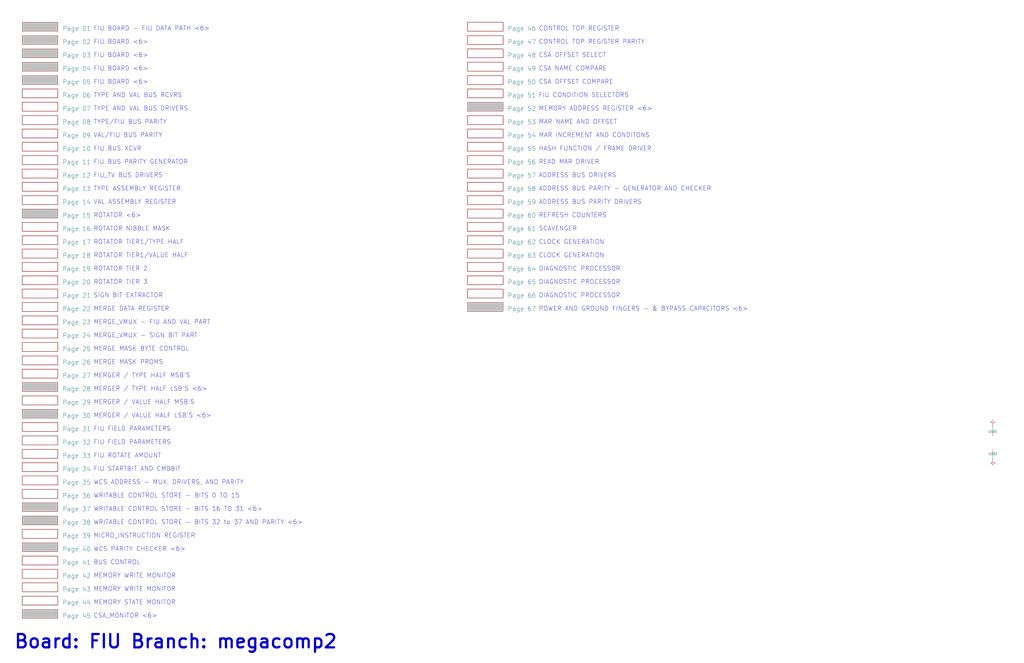
<source format=kicad_sch>
(kicad_sch (version 20220126) (generator eeschema)
  (paper "User" 584.2 378.46)
  (title_block (title "FIU Main"))
  (lib_symbols
    (symbol "r1000:PD" (power) (pin_numbers hide) (pin_names hide) (in_bom no)
      (symbol "PD_0_1"
        (polyline (pts (xy 0 -2.54) (xy 1.27 -2.54) (xy 0 -3.81) (xy -1.27 -2.54) (xy 0 -2.54)) (stroke (width 0.1524)))
      )
      (symbol "PD_1_1"
        (pin power_in line (at 0 0 270) (length 2.54) (name "PD") (number "1"))
      )
    )
    (symbol "r1000:PU" (power) (pin_numbers hide) (pin_names hide)
      (symbol "PU_0_1"
        (polyline (pts (xy 0 2.54) (xy -1.27 2.54) (xy 0 3.81) (xy 1.27 2.54) (xy 0 2.54)) (stroke (width 0.1524)))
      )
      (symbol "PU_1_1"
        (pin power_in line (at 0 0 90) (length 2.54) (name "PU") (number "1"))
      )
    )
    (symbol "r1000:Pull_Down" (pin_numbers hide) (pin_names hide)
      (property "Reference" "U" (at 0 0 0))
      (property "Value" "Pull_Down" (at 0 3.81 0))
      (symbol "Pull_Down_1_1"
        (pin power_out line (at 0 0 90) (length 2.54) (name "Out") (number "1"))
      )
    )
    (symbol "r1000:Pull_Up" (pin_numbers hide) (pin_names hide)
      (property "Reference" "U" (at 0 0 0))
      (property "Value" "Pull_Up" (at 0 -3.81 0))
      (symbol "Pull_Up_1_1"
        (pin power_out line (at 0 0 270) (length 2.54) (name "Out") (number "1"))
      )
    )
  )
  (wire (pts (xy 566.42 259.08) (xy 566.42 261.62)))
  (wire (pts (xy 566.42 243.84) (xy 566.42 246.38)))
  (symbol (lib_id "r1000:PD") (at 566.42 261.62 0) (unit 1) (in_bom no)
    (property "Reference" "#PWR0102" (effects hide))
  )
  (symbol (lib_id "r1000:PU") (at 566.42 243.84 0) (unit 1)
    (property "Reference" "#PWR0101" (effects hide))
  )
  (symbol (lib_id "r1000:Pull_Down") (at 566.42 259.08 0) (unit 1)
    (property "Reference" "U102" (at 566.42 259.08 0))
  )
  (symbol (lib_id "r1000:Pull_Up") (at 566.42 246.38 0) (unit 1)
    (property "Reference" "U101" (at 566.42 246.38 0))
  )
  (text "Board: FIU Branch: megacomp2" (at 7.62 370.84 0) (effects (font (size 7.62 7.62) (thickness 1.27) bold) (justify left bottom)))
  (sheet (at 12.70 12.70) (size 20.32 5.08)
    (property "Sheet name" "Page 01" (at 35.56 17.78 0) (effects (font (size 2.54 2.54)) (justify left bottom)))
    (property "Sheet file" "pg_01.kicad_sch" (effects hide))
    (fill (color 192 192 192 1.0))
  )
  (text "FIU BOARD - FIU DATA PATH <6>" (at 53.34 17.78 0) (effects (font (size 2.54 2.54)) (justify left bottom)))
  (sheet (at 12.70 20.32) (size 20.32 5.08)
    (property "Sheet name" "Page 02" (at 35.56 25.40 0) (effects (font (size 2.54 2.54)) (justify left bottom)))
    (property "Sheet file" "pg_02.kicad_sch" (effects hide))
    (fill (color 192 192 192 1.0))
  )
  (text "FIU BOARD <6>" (at 53.34 25.40 0) (effects (font (size 2.54 2.54)) (justify left bottom)))
  (sheet (at 12.70 27.94) (size 20.32 5.08)
    (property "Sheet name" "Page 03" (at 35.56 33.02 0) (effects (font (size 2.54 2.54)) (justify left bottom)))
    (property "Sheet file" "pg_03.kicad_sch" (effects hide))
    (fill (color 192 192 192 1.0))
  )
  (text "FIU BOARD <6>" (at 53.34 33.02 0) (effects (font (size 2.54 2.54)) (justify left bottom)))
  (sheet (at 12.70 35.56) (size 20.32 5.08)
    (property "Sheet name" "Page 04" (at 35.56 40.64 0) (effects (font (size 2.54 2.54)) (justify left bottom)))
    (property "Sheet file" "pg_04.kicad_sch" (effects hide))
    (fill (color 192 192 192 1.0))
  )
  (text "FIU BOARD <6>" (at 53.34 40.64 0) (effects (font (size 2.54 2.54)) (justify left bottom)))
  (sheet (at 12.70 43.18) (size 20.32 5.08)
    (property "Sheet name" "Page 05" (at 35.56 48.26 0) (effects (font (size 2.54 2.54)) (justify left bottom)))
    (property "Sheet file" "pg_05.kicad_sch" (effects hide))
    (fill (color 192 192 192 1.0))
  )
  (text "FIU BOARD <6>" (at 53.34 48.26 0) (effects (font (size 2.54 2.54)) (justify left bottom)))
  (sheet (at 12.70 50.80) (size 20.32 5.08)
    (property "Sheet name" "Page 06" (at 35.56 55.88 0) (effects (font (size 2.54 2.54)) (justify left bottom)))
    (property "Sheet file" "pg_06.kicad_sch" (effects hide))
  )
  (text "TYPE AND VAL BUS RCVRS" (at 53.34 55.88 0) (effects (font (size 2.54 2.54)) (justify left bottom)))
  (sheet (at 12.70 58.42) (size 20.32 5.08)
    (property "Sheet name" "Page 07" (at 35.56 63.50 0) (effects (font (size 2.54 2.54)) (justify left bottom)))
    (property "Sheet file" "pg_07.kicad_sch" (effects hide))
  )
  (text "TYPE AND VAL BUS DRIVERS" (at 53.34 63.50 0) (effects (font (size 2.54 2.54)) (justify left bottom)))
  (sheet (at 12.70 66.04) (size 20.32 5.08)
    (property "Sheet name" "Page 08" (at 35.56 71.12 0) (effects (font (size 2.54 2.54)) (justify left bottom)))
    (property "Sheet file" "pg_08.kicad_sch" (effects hide))
  )
  (text "TYPE/FIU BUS PARITY" (at 53.34 71.12 0) (effects (font (size 2.54 2.54)) (justify left bottom)))
  (sheet (at 12.70 73.66) (size 20.32 5.08)
    (property "Sheet name" "Page 09" (at 35.56 78.74 0) (effects (font (size 2.54 2.54)) (justify left bottom)))
    (property "Sheet file" "pg_09.kicad_sch" (effects hide))
  )
  (text "VAL/FIU BUS PARITY" (at 53.34 78.74 0) (effects (font (size 2.54 2.54)) (justify left bottom)))
  (sheet (at 12.70 81.28) (size 20.32 5.08)
    (property "Sheet name" "Page 10" (at 35.56 86.36 0) (effects (font (size 2.54 2.54)) (justify left bottom)))
    (property "Sheet file" "pg_10.kicad_sch" (effects hide))
  )
  (text "FIU BUS XCVR" (at 53.34 86.36 0) (effects (font (size 2.54 2.54)) (justify left bottom)))
  (sheet (at 12.70 88.90) (size 20.32 5.08)
    (property "Sheet name" "Page 11" (at 35.56 93.98 0) (effects (font (size 2.54 2.54)) (justify left bottom)))
    (property "Sheet file" "pg_11.kicad_sch" (effects hide))
  )
  (text "FIU BUS PARITY GENERATOR" (at 53.34 93.98 0) (effects (font (size 2.54 2.54)) (justify left bottom)))
  (sheet (at 12.70 96.52) (size 20.32 5.08)
    (property "Sheet name" "Page 12" (at 35.56 101.60 0) (effects (font (size 2.54 2.54)) (justify left bottom)))
    (property "Sheet file" "pg_12.kicad_sch" (effects hide))
  )
  (text "FIU_TV BUS DRIVERS" (at 53.34 101.60 0) (effects (font (size 2.54 2.54)) (justify left bottom)))
  (sheet (at 12.70 104.14) (size 20.32 5.08)
    (property "Sheet name" "Page 13" (at 35.56 109.22 0) (effects (font (size 2.54 2.54)) (justify left bottom)))
    (property "Sheet file" "pg_13.kicad_sch" (effects hide))
  )
  (text "TYPE ASSEMBLY REGISTER" (at 53.34 109.22 0) (effects (font (size 2.54 2.54)) (justify left bottom)))
  (sheet (at 12.70 111.76) (size 20.32 5.08)
    (property "Sheet name" "Page 14" (at 35.56 116.84 0) (effects (font (size 2.54 2.54)) (justify left bottom)))
    (property "Sheet file" "pg_14.kicad_sch" (effects hide))
  )
  (text "VAL ASSEMBLY REGISTER" (at 53.34 116.84 0) (effects (font (size 2.54 2.54)) (justify left bottom)))
  (sheet (at 12.70 119.38) (size 20.32 5.08)
    (property "Sheet name" "Page 15" (at 35.56 124.46 0) (effects (font (size 2.54 2.54)) (justify left bottom)))
    (property "Sheet file" "pg_15.kicad_sch" (effects hide))
    (fill (color 192 192 192 1.0))
  )
  (text "ROTATOR <6>" (at 53.34 124.46 0) (effects (font (size 2.54 2.54)) (justify left bottom)))
  (sheet (at 12.70 127.00) (size 20.32 5.08)
    (property "Sheet name" "Page 16" (at 35.56 132.08 0) (effects (font (size 2.54 2.54)) (justify left bottom)))
    (property "Sheet file" "pg_16.kicad_sch" (effects hide))
  )
  (text "ROTATOR NIBBLE MASK" (at 53.34 132.08 0) (effects (font (size 2.54 2.54)) (justify left bottom)))
  (sheet (at 12.70 134.62) (size 20.32 5.08)
    (property "Sheet name" "Page 17" (at 35.56 139.70 0) (effects (font (size 2.54 2.54)) (justify left bottom)))
    (property "Sheet file" "pg_17.kicad_sch" (effects hide))
  )
  (text "ROTATOR TIER1/TYPE HALF" (at 53.34 139.70 0) (effects (font (size 2.54 2.54)) (justify left bottom)))
  (sheet (at 12.70 142.24) (size 20.32 5.08)
    (property "Sheet name" "Page 18" (at 35.56 147.32 0) (effects (font (size 2.54 2.54)) (justify left bottom)))
    (property "Sheet file" "pg_18.kicad_sch" (effects hide))
  )
  (text "ROTATOR TIER1/VALUE HALF" (at 53.34 147.32 0) (effects (font (size 2.54 2.54)) (justify left bottom)))
  (sheet (at 12.70 149.86) (size 20.32 5.08)
    (property "Sheet name" "Page 19" (at 35.56 154.94 0) (effects (font (size 2.54 2.54)) (justify left bottom)))
    (property "Sheet file" "pg_19.kicad_sch" (effects hide))
  )
  (text "ROTATOR TIER 2" (at 53.34 154.94 0) (effects (font (size 2.54 2.54)) (justify left bottom)))
  (sheet (at 12.70 157.48) (size 20.32 5.08)
    (property "Sheet name" "Page 20" (at 35.56 162.56 0) (effects (font (size 2.54 2.54)) (justify left bottom)))
    (property "Sheet file" "pg_20.kicad_sch" (effects hide))
  )
  (text "ROTATOR TIER 3" (at 53.34 162.56 0) (effects (font (size 2.54 2.54)) (justify left bottom)))
  (sheet (at 12.70 165.10) (size 20.32 5.08)
    (property "Sheet name" "Page 21" (at 35.56 170.18 0) (effects (font (size 2.54 2.54)) (justify left bottom)))
    (property "Sheet file" "pg_21.kicad_sch" (effects hide))
  )
  (text "SIGN BIT EXTRACTOR" (at 53.34 170.18 0) (effects (font (size 2.54 2.54)) (justify left bottom)))
  (sheet (at 12.70 172.72) (size 20.32 5.08)
    (property "Sheet name" "Page 22" (at 35.56 177.80 0) (effects (font (size 2.54 2.54)) (justify left bottom)))
    (property "Sheet file" "pg_22.kicad_sch" (effects hide))
  )
  (text "MERGE DATA REGISTER" (at 53.34 177.80 0) (effects (font (size 2.54 2.54)) (justify left bottom)))
  (sheet (at 12.70 180.34) (size 20.32 5.08)
    (property "Sheet name" "Page 23" (at 35.56 185.42 0) (effects (font (size 2.54 2.54)) (justify left bottom)))
    (property "Sheet file" "pg_23.kicad_sch" (effects hide))
  )
  (text "MERGE_VMUX - FIU AND VAL PART" (at 53.34 185.42 0) (effects (font (size 2.54 2.54)) (justify left bottom)))
  (sheet (at 12.70 187.96) (size 20.32 5.08)
    (property "Sheet name" "Page 24" (at 35.56 193.04 0) (effects (font (size 2.54 2.54)) (justify left bottom)))
    (property "Sheet file" "pg_24.kicad_sch" (effects hide))
  )
  (text "MERGE_VMUX - SIGN BIT PART" (at 53.34 193.04 0) (effects (font (size 2.54 2.54)) (justify left bottom)))
  (sheet (at 12.70 195.58) (size 20.32 5.08)
    (property "Sheet name" "Page 25" (at 35.56 200.66 0) (effects (font (size 2.54 2.54)) (justify left bottom)))
    (property "Sheet file" "pg_25.kicad_sch" (effects hide))
  )
  (text "MERGE MASK BYTE CONTROL" (at 53.34 200.66 0) (effects (font (size 2.54 2.54)) (justify left bottom)))
  (sheet (at 12.70 203.20) (size 20.32 5.08)
    (property "Sheet name" "Page 26" (at 35.56 208.28 0) (effects (font (size 2.54 2.54)) (justify left bottom)))
    (property "Sheet file" "pg_26.kicad_sch" (effects hide))
  )
  (text "MERGE MASK PROMS" (at 53.34 208.28 0) (effects (font (size 2.54 2.54)) (justify left bottom)))
  (sheet (at 12.70 210.82) (size 20.32 5.08)
    (property "Sheet name" "Page 27" (at 35.56 215.90 0) (effects (font (size 2.54 2.54)) (justify left bottom)))
    (property "Sheet file" "pg_27.kicad_sch" (effects hide))
  )
  (text "MERGER / TYPE HALF MSB'S" (at 53.34 215.90 0) (effects (font (size 2.54 2.54)) (justify left bottom)))
  (sheet (at 12.70 218.44) (size 20.32 5.08)
    (property "Sheet name" "Page 28" (at 35.56 223.52 0) (effects (font (size 2.54 2.54)) (justify left bottom)))
    (property "Sheet file" "pg_28.kicad_sch" (effects hide))
    (fill (color 192 192 192 1.0))
  )
  (text "MERGER / TYPE HALF LSB'S <6>" (at 53.34 223.52 0) (effects (font (size 2.54 2.54)) (justify left bottom)))
  (sheet (at 12.70 226.06) (size 20.32 5.08)
    (property "Sheet name" "Page 29" (at 35.56 231.14 0) (effects (font (size 2.54 2.54)) (justify left bottom)))
    (property "Sheet file" "pg_29.kicad_sch" (effects hide))
  )
  (text "MERGER / VALUE HALF MSB'S" (at 53.34 231.14 0) (effects (font (size 2.54 2.54)) (justify left bottom)))
  (sheet (at 12.70 233.68) (size 20.32 5.08)
    (property "Sheet name" "Page 30" (at 35.56 238.76 0) (effects (font (size 2.54 2.54)) (justify left bottom)))
    (property "Sheet file" "pg_30.kicad_sch" (effects hide))
    (fill (color 192 192 192 1.0))
  )
  (text "MERGER / VALUE HALF LSB'S <6>" (at 53.34 238.76 0) (effects (font (size 2.54 2.54)) (justify left bottom)))
  (sheet (at 12.70 241.30) (size 20.32 5.08)
    (property "Sheet name" "Page 31" (at 35.56 246.38 0) (effects (font (size 2.54 2.54)) (justify left bottom)))
    (property "Sheet file" "pg_31.kicad_sch" (effects hide))
  )
  (text "FIU FIELD PARAMETERS" (at 53.34 246.38 0) (effects (font (size 2.54 2.54)) (justify left bottom)))
  (sheet (at 12.70 248.92) (size 20.32 5.08)
    (property "Sheet name" "Page 32" (at 35.56 254.00 0) (effects (font (size 2.54 2.54)) (justify left bottom)))
    (property "Sheet file" "pg_32.kicad_sch" (effects hide))
  )
  (text "FIU FIELD PARAMETERS" (at 53.34 254.00 0) (effects (font (size 2.54 2.54)) (justify left bottom)))
  (sheet (at 12.70 256.54) (size 20.32 5.08)
    (property "Sheet name" "Page 33" (at 35.56 261.62 0) (effects (font (size 2.54 2.54)) (justify left bottom)))
    (property "Sheet file" "pg_33.kicad_sch" (effects hide))
  )
  (text "FIU ROTATE AMOUNT" (at 53.34 261.62 0) (effects (font (size 2.54 2.54)) (justify left bottom)))
  (sheet (at 12.70 264.16) (size 20.32 5.08)
    (property "Sheet name" "Page 34" (at 35.56 269.24 0) (effects (font (size 2.54 2.54)) (justify left bottom)))
    (property "Sheet file" "pg_34.kicad_sch" (effects hide))
  )
  (text "FIU STARTBIT AND CMDBIT" (at 53.34 269.24 0) (effects (font (size 2.54 2.54)) (justify left bottom)))
  (sheet (at 12.70 271.78) (size 20.32 5.08)
    (property "Sheet name" "Page 35" (at 35.56 276.86 0) (effects (font (size 2.54 2.54)) (justify left bottom)))
    (property "Sheet file" "pg_35.kicad_sch" (effects hide))
  )
  (text "WCS ADDRESS - MUX, DRIVERS, AND PARITY" (at 53.34 276.86 0) (effects (font (size 2.54 2.54)) (justify left bottom)))
  (sheet (at 12.70 279.40) (size 20.32 5.08)
    (property "Sheet name" "Page 36" (at 35.56 284.48 0) (effects (font (size 2.54 2.54)) (justify left bottom)))
    (property "Sheet file" "pg_36.kicad_sch" (effects hide))
  )
  (text "WRITABLE CONTROL STORE - BITS 0 TO 15" (at 53.34 284.48 0) (effects (font (size 2.54 2.54)) (justify left bottom)))
  (sheet (at 12.70 287.02) (size 20.32 5.08)
    (property "Sheet name" "Page 37" (at 35.56 292.10 0) (effects (font (size 2.54 2.54)) (justify left bottom)))
    (property "Sheet file" "pg_37.kicad_sch" (effects hide))
    (fill (color 192 192 192 1.0))
  )
  (text "WRITABLE CONTROL STORE - BITS 16 TO 31 <6>" (at 53.34 292.10 0) (effects (font (size 2.54 2.54)) (justify left bottom)))
  (sheet (at 12.70 294.64) (size 20.32 5.08)
    (property "Sheet name" "Page 38" (at 35.56 299.72 0) (effects (font (size 2.54 2.54)) (justify left bottom)))
    (property "Sheet file" "pg_38.kicad_sch" (effects hide))
    (fill (color 192 192 192 1.0))
  )
  (text "WRITABLE CONTROL STORE - BITS 32 to 37 AND PARITY <6>" (at 53.34 299.72 0) (effects (font (size 2.54 2.54)) (justify left bottom)))
  (sheet (at 12.70 302.26) (size 20.32 5.08)
    (property "Sheet name" "Page 39" (at 35.56 307.34 0) (effects (font (size 2.54 2.54)) (justify left bottom)))
    (property "Sheet file" "pg_39.kicad_sch" (effects hide))
  )
  (text "MICRO_INSTRUCTION REGISTER" (at 53.34 307.34 0) (effects (font (size 2.54 2.54)) (justify left bottom)))
  (sheet (at 12.70 309.88) (size 20.32 5.08)
    (property "Sheet name" "Page 40" (at 35.56 314.96 0) (effects (font (size 2.54 2.54)) (justify left bottom)))
    (property "Sheet file" "pg_40.kicad_sch" (effects hide))
    (fill (color 192 192 192 1.0))
  )
  (text "WCS PARITY CHECKER <6>" (at 53.34 314.96 0) (effects (font (size 2.54 2.54)) (justify left bottom)))
  (sheet (at 12.70 317.50) (size 20.32 5.08)
    (property "Sheet name" "Page 41" (at 35.56 322.58 0) (effects (font (size 2.54 2.54)) (justify left bottom)))
    (property "Sheet file" "pg_41.kicad_sch" (effects hide))
  )
  (text "BUS CONTROL" (at 53.34 322.58 0) (effects (font (size 2.54 2.54)) (justify left bottom)))
  (sheet (at 12.70 325.12) (size 20.32 5.08)
    (property "Sheet name" "Page 42" (at 35.56 330.20 0) (effects (font (size 2.54 2.54)) (justify left bottom)))
    (property "Sheet file" "pg_42.kicad_sch" (effects hide))
  )
  (text "MEMORY WRITE MONITOR" (at 53.34 330.20 0) (effects (font (size 2.54 2.54)) (justify left bottom)))
  (sheet (at 12.70 332.74) (size 20.32 5.08)
    (property "Sheet name" "Page 43" (at 35.56 337.82 0) (effects (font (size 2.54 2.54)) (justify left bottom)))
    (property "Sheet file" "pg_43.kicad_sch" (effects hide))
  )
  (text "MEMORY WRITE MONITOR" (at 53.34 337.82 0) (effects (font (size 2.54 2.54)) (justify left bottom)))
  (sheet (at 12.70 340.36) (size 20.32 5.08)
    (property "Sheet name" "Page 44" (at 35.56 345.44 0) (effects (font (size 2.54 2.54)) (justify left bottom)))
    (property "Sheet file" "pg_44.kicad_sch" (effects hide))
  )
  (text "MEMORY STATE MONITOR" (at 53.34 345.44 0) (effects (font (size 2.54 2.54)) (justify left bottom)))
  (sheet (at 12.70 347.98) (size 20.32 5.08)
    (property "Sheet name" "Page 45" (at 35.56 353.06 0) (effects (font (size 2.54 2.54)) (justify left bottom)))
    (property "Sheet file" "pg_45.kicad_sch" (effects hide))
    (fill (color 192 192 192 1.0))
  )
  (text "CSA_MONITOR <6>" (at 53.34 353.06 0) (effects (font (size 2.54 2.54)) (justify left bottom)))
  (sheet (at 266.70 12.70) (size 20.32 5.08)
    (property "Sheet name" "Page 46" (at 289.56 17.78 0) (effects (font (size 2.54 2.54)) (justify left bottom)))
    (property "Sheet file" "pg_46.kicad_sch" (effects hide))
  )
  (text "CONTROL TOP REGISTER" (at 307.34 17.78 0) (effects (font (size 2.54 2.54)) (justify left bottom)))
  (sheet (at 266.70 20.32) (size 20.32 5.08)
    (property "Sheet name" "Page 47" (at 289.56 25.40 0) (effects (font (size 2.54 2.54)) (justify left bottom)))
    (property "Sheet file" "pg_47.kicad_sch" (effects hide))
  )
  (text "CONTROL TOP REGISTER PARITY" (at 307.34 25.40 0) (effects (font (size 2.54 2.54)) (justify left bottom)))
  (sheet (at 266.70 27.94) (size 20.32 5.08)
    (property "Sheet name" "Page 48" (at 289.56 33.02 0) (effects (font (size 2.54 2.54)) (justify left bottom)))
    (property "Sheet file" "pg_48.kicad_sch" (effects hide))
  )
  (text "CSA OFFSET SELECT" (at 307.34 33.02 0) (effects (font (size 2.54 2.54)) (justify left bottom)))
  (sheet (at 266.70 35.56) (size 20.32 5.08)
    (property "Sheet name" "Page 49" (at 289.56 40.64 0) (effects (font (size 2.54 2.54)) (justify left bottom)))
    (property "Sheet file" "pg_49.kicad_sch" (effects hide))
  )
  (text "CSA NAME COMPARE" (at 307.34 40.64 0) (effects (font (size 2.54 2.54)) (justify left bottom)))
  (sheet (at 266.70 43.18) (size 20.32 5.08)
    (property "Sheet name" "Page 50" (at 289.56 48.26 0) (effects (font (size 2.54 2.54)) (justify left bottom)))
    (property "Sheet file" "pg_50.kicad_sch" (effects hide))
  )
  (text "CSA OFFSET COMPARE" (at 307.34 48.26 0) (effects (font (size 2.54 2.54)) (justify left bottom)))
  (sheet (at 266.70 50.80) (size 20.32 5.08)
    (property "Sheet name" "Page 51" (at 289.56 55.88 0) (effects (font (size 2.54 2.54)) (justify left bottom)))
    (property "Sheet file" "pg_51.kicad_sch" (effects hide))
  )
  (text "FIU CONDITION SELECTORS" (at 307.34 55.88 0) (effects (font (size 2.54 2.54)) (justify left bottom)))
  (sheet (at 266.70 58.42) (size 20.32 5.08)
    (property "Sheet name" "Page 52" (at 289.56 63.50 0) (effects (font (size 2.54 2.54)) (justify left bottom)))
    (property "Sheet file" "pg_52.kicad_sch" (effects hide))
    (fill (color 192 192 192 1.0))
  )
  (text "MEMORY ADDRESS REGISTER <6>" (at 307.34 63.50 0) (effects (font (size 2.54 2.54)) (justify left bottom)))
  (sheet (at 266.70 66.04) (size 20.32 5.08)
    (property "Sheet name" "Page 53" (at 289.56 71.12 0) (effects (font (size 2.54 2.54)) (justify left bottom)))
    (property "Sheet file" "pg_53.kicad_sch" (effects hide))
  )
  (text "MAR NAME AND OFFSET" (at 307.34 71.12 0) (effects (font (size 2.54 2.54)) (justify left bottom)))
  (sheet (at 266.70 73.66) (size 20.32 5.08)
    (property "Sheet name" "Page 54" (at 289.56 78.74 0) (effects (font (size 2.54 2.54)) (justify left bottom)))
    (property "Sheet file" "pg_54.kicad_sch" (effects hide))
  )
  (text "MAR INCREMENT AND CONDITONS" (at 307.34 78.74 0) (effects (font (size 2.54 2.54)) (justify left bottom)))
  (sheet (at 266.70 81.28) (size 20.32 5.08)
    (property "Sheet name" "Page 55" (at 289.56 86.36 0) (effects (font (size 2.54 2.54)) (justify left bottom)))
    (property "Sheet file" "pg_55.kicad_sch" (effects hide))
  )
  (text "HASH FUNCTION / FRAME DRIVER" (at 307.34 86.36 0) (effects (font (size 2.54 2.54)) (justify left bottom)))
  (sheet (at 266.70 88.90) (size 20.32 5.08)
    (property "Sheet name" "Page 56" (at 289.56 93.98 0) (effects (font (size 2.54 2.54)) (justify left bottom)))
    (property "Sheet file" "pg_56.kicad_sch" (effects hide))
  )
  (text "READ MAR DRIVER" (at 307.34 93.98 0) (effects (font (size 2.54 2.54)) (justify left bottom)))
  (sheet (at 266.70 96.52) (size 20.32 5.08)
    (property "Sheet name" "Page 57" (at 289.56 101.60 0) (effects (font (size 2.54 2.54)) (justify left bottom)))
    (property "Sheet file" "pg_57.kicad_sch" (effects hide))
  )
  (text "ADDRESS BUS DRIVERS" (at 307.34 101.60 0) (effects (font (size 2.54 2.54)) (justify left bottom)))
  (sheet (at 266.70 104.14) (size 20.32 5.08)
    (property "Sheet name" "Page 58" (at 289.56 109.22 0) (effects (font (size 2.54 2.54)) (justify left bottom)))
    (property "Sheet file" "pg_58.kicad_sch" (effects hide))
  )
  (text "ADDRESS BUS PARITY - GENERATOR AND CHECKER" (at 307.34 109.22 0) (effects (font (size 2.54 2.54)) (justify left bottom)))
  (sheet (at 266.70 111.76) (size 20.32 5.08)
    (property "Sheet name" "Page 59" (at 289.56 116.84 0) (effects (font (size 2.54 2.54)) (justify left bottom)))
    (property "Sheet file" "pg_59.kicad_sch" (effects hide))
  )
  (text "ADDRESS BUS PARITY DRIVERS" (at 307.34 116.84 0) (effects (font (size 2.54 2.54)) (justify left bottom)))
  (sheet (at 266.70 119.38) (size 20.32 5.08)
    (property "Sheet name" "Page 60" (at 289.56 124.46 0) (effects (font (size 2.54 2.54)) (justify left bottom)))
    (property "Sheet file" "pg_60.kicad_sch" (effects hide))
  )
  (text "REFRESH COUNTERS" (at 307.34 124.46 0) (effects (font (size 2.54 2.54)) (justify left bottom)))
  (sheet (at 266.70 127.00) (size 20.32 5.08)
    (property "Sheet name" "Page 61" (at 289.56 132.08 0) (effects (font (size 2.54 2.54)) (justify left bottom)))
    (property "Sheet file" "pg_61.kicad_sch" (effects hide))
  )
  (text "SCAVENGER" (at 307.34 132.08 0) (effects (font (size 2.54 2.54)) (justify left bottom)))
  (sheet (at 266.70 134.62) (size 20.32 5.08)
    (property "Sheet name" "Page 62" (at 289.56 139.70 0) (effects (font (size 2.54 2.54)) (justify left bottom)))
    (property "Sheet file" "pg_62.kicad_sch" (effects hide))
  )
  (text "CLOCK GENERATION" (at 307.34 139.70 0) (effects (font (size 2.54 2.54)) (justify left bottom)))
  (sheet (at 266.70 142.24) (size 20.32 5.08)
    (property "Sheet name" "Page 63" (at 289.56 147.32 0) (effects (font (size 2.54 2.54)) (justify left bottom)))
    (property "Sheet file" "pg_63.kicad_sch" (effects hide))
  )
  (text "CLOCK GENERATION" (at 307.34 147.32 0) (effects (font (size 2.54 2.54)) (justify left bottom)))
  (sheet (at 266.70 149.86) (size 20.32 5.08)
    (property "Sheet name" "Page 64" (at 289.56 154.94 0) (effects (font (size 2.54 2.54)) (justify left bottom)))
    (property "Sheet file" "pg_64.kicad_sch" (effects hide))
  )
  (text "DIAGNOSTIC PROCESSOR" (at 307.34 154.94 0) (effects (font (size 2.54 2.54)) (justify left bottom)))
  (sheet (at 266.70 157.48) (size 20.32 5.08)
    (property "Sheet name" "Page 65" (at 289.56 162.56 0) (effects (font (size 2.54 2.54)) (justify left bottom)))
    (property "Sheet file" "pg_65.kicad_sch" (effects hide))
  )
  (text "DIAGNOSTIC PROCESSOR" (at 307.34 162.56 0) (effects (font (size 2.54 2.54)) (justify left bottom)))
  (sheet (at 266.70 165.10) (size 20.32 5.08)
    (property "Sheet name" "Page 66" (at 289.56 170.18 0) (effects (font (size 2.54 2.54)) (justify left bottom)))
    (property "Sheet file" "pg_66.kicad_sch" (effects hide))
  )
  (text "DIAGNOSTIC PROCESSOR" (at 307.34 170.18 0) (effects (font (size 2.54 2.54)) (justify left bottom)))
  (sheet (at 266.70 172.72) (size 20.32 5.08)
    (property "Sheet name" "Page 67" (at 289.56 177.80 0) (effects (font (size 2.54 2.54)) (justify left bottom)))
    (property "Sheet file" "pg_67.kicad_sch" (effects hide))
    (fill (color 192 192 192 1.0))
  )
  (text "POWER AND GROUND FINGERS - & BYPASS CAPACITORS <6>" (at 307.34 177.80 0) (effects (font (size 2.54 2.54)) (justify left bottom)))
)
</source>
